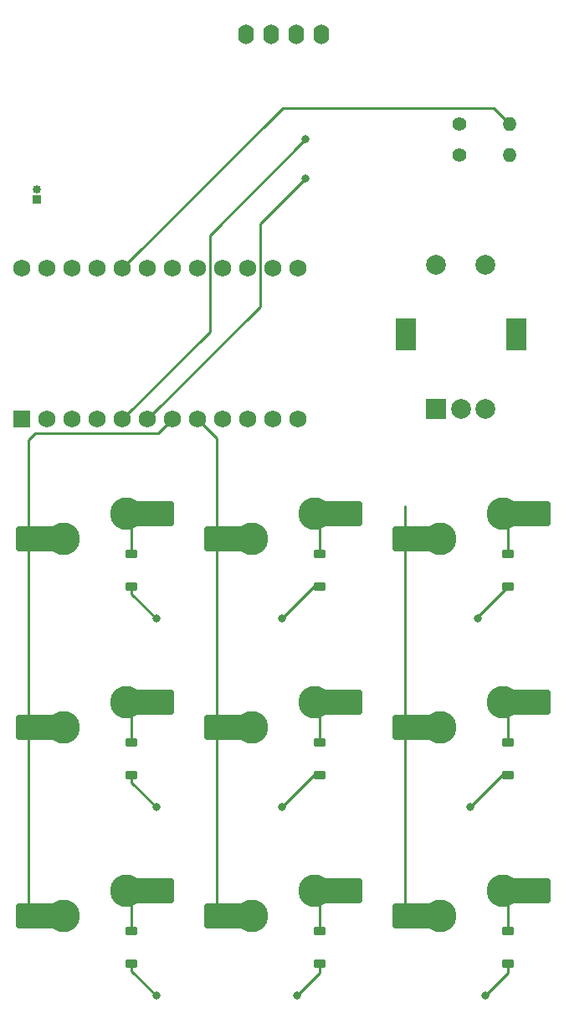
<source format=gbr>
%TF.GenerationSoftware,KiCad,Pcbnew,7.0.10*%
%TF.CreationDate,2024-04-28T13:40:23+05:00*%
%TF.ProjectId,custom_keyboard,63757374-6f6d-45f6-9b65-79626f617264,rev?*%
%TF.SameCoordinates,Original*%
%TF.FileFunction,Copper,L2,Bot*%
%TF.FilePolarity,Positive*%
%FSLAX46Y46*%
G04 Gerber Fmt 4.6, Leading zero omitted, Abs format (unit mm)*
G04 Created by KiCad (PCBNEW 7.0.10) date 2024-04-28 13:40:23*
%MOMM*%
%LPD*%
G01*
G04 APERTURE LIST*
G04 Aperture macros list*
%AMRoundRect*
0 Rectangle with rounded corners*
0 $1 Rounding radius*
0 $2 $3 $4 $5 $6 $7 $8 $9 X,Y pos of 4 corners*
0 Add a 4 corners polygon primitive as box body*
4,1,4,$2,$3,$4,$5,$6,$7,$8,$9,$2,$3,0*
0 Add four circle primitives for the rounded corners*
1,1,$1+$1,$2,$3*
1,1,$1+$1,$4,$5*
1,1,$1+$1,$6,$7*
1,1,$1+$1,$8,$9*
0 Add four rect primitives between the rounded corners*
20,1,$1+$1,$2,$3,$4,$5,0*
20,1,$1+$1,$4,$5,$6,$7,0*
20,1,$1+$1,$6,$7,$8,$9,0*
20,1,$1+$1,$8,$9,$2,$3,0*%
G04 Aperture macros list end*
%TA.AperFunction,ComponentPad*%
%ADD10C,1.400000*%
%TD*%
%TA.AperFunction,ComponentPad*%
%ADD11O,1.400000X1.400000*%
%TD*%
%TA.AperFunction,ComponentPad*%
%ADD12O,1.600000X2.000000*%
%TD*%
%TA.AperFunction,ComponentPad*%
%ADD13R,2.000000X2.000000*%
%TD*%
%TA.AperFunction,ComponentPad*%
%ADD14C,2.000000*%
%TD*%
%TA.AperFunction,ComponentPad*%
%ADD15R,2.000000X3.200000*%
%TD*%
%TA.AperFunction,ComponentPad*%
%ADD16R,1.752600X1.752600*%
%TD*%
%TA.AperFunction,ComponentPad*%
%ADD17C,1.752600*%
%TD*%
%TA.AperFunction,ComponentPad*%
%ADD18R,0.850000X0.850000*%
%TD*%
%TA.AperFunction,ComponentPad*%
%ADD19O,0.850000X0.850000*%
%TD*%
%TA.AperFunction,ComponentPad*%
%ADD20C,3.300000*%
%TD*%
%TA.AperFunction,SMDPad,CuDef*%
%ADD21R,1.650000X2.500000*%
%TD*%
%TA.AperFunction,SMDPad,CuDef*%
%ADD22RoundRect,0.250000X1.025000X1.000000X-1.025000X1.000000X-1.025000X-1.000000X1.025000X-1.000000X0*%
%TD*%
%TA.AperFunction,SMDPad,CuDef*%
%ADD23RoundRect,0.225000X0.375000X-0.225000X0.375000X0.225000X-0.375000X0.225000X-0.375000X-0.225000X0*%
%TD*%
%TA.AperFunction,ViaPad*%
%ADD24C,0.800000*%
%TD*%
%TA.AperFunction,Conductor*%
%ADD25C,0.250000*%
%TD*%
G04 APERTURE END LIST*
D10*
%TO.P,R2,1*%
%TO.N,+5V*%
X63182500Y-30162500D03*
D11*
%TO.P,R2,2*%
%TO.N,Net-(U1-F5)*%
X68262500Y-30162500D03*
%TD*%
D10*
%TO.P,R1,1*%
%TO.N,+5V*%
X63182500Y-27012500D03*
D11*
%TO.P,R1,2*%
%TO.N,Net-(U1-F4)*%
X68262500Y-27012500D03*
%TD*%
D12*
%TO.P,Brd1,1,GND*%
%TO.N,GND*%
X41623750Y-17975000D03*
%TO.P,Brd1,2,VCC*%
%TO.N,+5V*%
X44163750Y-17975000D03*
%TO.P,Brd1,3,SCL*%
%TO.N,Net-(Brd1-SCL)*%
X46703750Y-17975000D03*
%TO.P,Brd1,4,SDA*%
%TO.N,Net-(Brd1-SDA)*%
X49243750Y-17975000D03*
%TD*%
D13*
%TO.P,SW1,A,A*%
%TO.N,Net-(U1-F4)*%
X60881250Y-55775000D03*
D14*
%TO.P,SW1,B,B*%
%TO.N,Net-(U1-F5)*%
X65881250Y-55775000D03*
%TO.P,SW1,C,C*%
%TO.N,GND*%
X63381250Y-55775000D03*
D15*
%TO.P,SW1,MP*%
%TO.N,N/C*%
X57781250Y-48275000D03*
X68981250Y-48275000D03*
D14*
%TO.P,SW1,S1,S1*%
%TO.N,Net-(U1-B6)*%
X65881250Y-41275000D03*
%TO.P,SW1,S2,S2*%
%TO.N,GND*%
X60881250Y-41275000D03*
%TD*%
D16*
%TO.P,U1,1,TX*%
%TO.N,Net-(J1-Pin_1)*%
X18973000Y-56832500D03*
D17*
%TO.P,U1,2,RX*%
%TO.N,Net-(J1-Pin_2)*%
X21513000Y-56832500D03*
%TO.P,U1,3,GND*%
%TO.N,GND*%
X24053000Y-56832500D03*
%TO.P,U1,4,GND*%
X26593000Y-56832500D03*
%TO.P,U1,5,SDA*%
%TO.N,Net-(Brd1-SDA)*%
X29133000Y-56832500D03*
%TO.P,U1,6,SCL*%
%TO.N,Net-(Brd1-SCL)*%
X31673000Y-56832500D03*
%TO.P,U1,7,D4*%
%TO.N,Column 0*%
X34213000Y-56832500D03*
%TO.P,U1,8,C6*%
%TO.N,Column 1*%
X36753000Y-56832500D03*
%TO.P,U1,9,D7*%
%TO.N,Column 2*%
X39293000Y-56832500D03*
%TO.P,U1,10,E6*%
%TO.N,Row 0*%
X41833000Y-56832500D03*
%TO.P,U1,11,B4*%
%TO.N,Row 1*%
X44373000Y-56832500D03*
%TO.P,U1,12,B5*%
%TO.N,Row 2*%
X46913000Y-56832500D03*
%TO.P,U1,13,B6*%
%TO.N,Net-(U1-B6)*%
X46913000Y-41592500D03*
%TO.P,U1,14,B2*%
%TO.N,unconnected-(U1-B2-Pad14)*%
X44373000Y-41592500D03*
%TO.P,U1,15,B3*%
%TO.N,unconnected-(U1-B3-Pad15)*%
X41833000Y-41592500D03*
%TO.P,U1,16,B1*%
%TO.N,unconnected-(U1-B1-Pad16)*%
X39293000Y-41592500D03*
%TO.P,U1,17,F7*%
%TO.N,unconnected-(U1-F7-Pad17)*%
X36753000Y-41592500D03*
%TO.P,U1,18,F6*%
%TO.N,unconnected-(U1-F6-Pad18)*%
X34213000Y-41592500D03*
%TO.P,U1,19,F5*%
%TO.N,Net-(U1-F5)*%
X31673000Y-41592500D03*
%TO.P,U1,20,F4*%
%TO.N,Net-(U1-F4)*%
X29133000Y-41592500D03*
%TO.P,U1,21,VCC*%
%TO.N,unconnected-(U1-VCC-Pad21)*%
X26593000Y-41592500D03*
%TO.P,U1,22,RST*%
%TO.N,+5V*%
X24053000Y-41592500D03*
%TO.P,U1,23,GND*%
%TO.N,GND*%
X21513000Y-41592500D03*
%TO.P,U1,24,RAW*%
%TO.N,unconnected-(U1-RAW-Pad24)*%
X18973000Y-41592500D03*
%TD*%
D18*
%TO.P,J1,1,Pin_1*%
%TO.N,Net-(J1-Pin_1)*%
X20425000Y-34631250D03*
D19*
%TO.P,J1,2,Pin_2*%
%TO.N,Net-(J1-Pin_2)*%
X20425000Y-33631250D03*
%TD*%
D20*
%TO.P,MX1,1,1*%
%TO.N,Column 0*%
X23177500Y-68897500D03*
D21*
X21352500Y-68897500D03*
D22*
X19627500Y-68897500D03*
%TO.P,MX1,2,2*%
%TO.N,Net-(D1-A)*%
X33077500Y-66357500D03*
D21*
X31327500Y-66357500D03*
D20*
X29527500Y-66357500D03*
%TD*%
%TO.P,MX2,1,1*%
%TO.N,Column 1*%
X42227500Y-68897500D03*
D21*
X40402500Y-68897500D03*
D22*
X38677500Y-68897500D03*
%TO.P,MX2,2,2*%
%TO.N,Net-(D2-A)*%
X52127500Y-66357500D03*
D21*
X50377500Y-66357500D03*
D20*
X48577500Y-66357500D03*
%TD*%
D23*
%TO.P,D3,1,K*%
%TO.N,Row 0*%
X68167500Y-73737500D03*
%TO.P,D3,2,A*%
%TO.N,Net-(D3-A)*%
X68167500Y-70437500D03*
%TD*%
%TO.P,D4,1,K*%
%TO.N,Row 1*%
X30067500Y-92787500D03*
%TO.P,D4,2,A*%
%TO.N,Net-(D4-A)*%
X30067500Y-89487500D03*
%TD*%
%TO.P,D8,1,K*%
%TO.N,Row 2*%
X49117500Y-111837500D03*
%TO.P,D8,2,A*%
%TO.N,Net-(D8-A)*%
X49117500Y-108537500D03*
%TD*%
%TO.P,D1,1,K*%
%TO.N,Row 0*%
X30067500Y-73737500D03*
%TO.P,D1,2,A*%
%TO.N,Net-(D1-A)*%
X30067500Y-70437500D03*
%TD*%
%TO.P,D6,1,K*%
%TO.N,Row 1*%
X68167500Y-92787500D03*
%TO.P,D6,2,A*%
%TO.N,Net-(D6-A)*%
X68167500Y-89487500D03*
%TD*%
D20*
%TO.P,MX5,1,1*%
%TO.N,Column 1*%
X42227500Y-87947500D03*
D21*
X40402500Y-87947500D03*
D22*
X38677500Y-87947500D03*
%TO.P,MX5,2,2*%
%TO.N,Net-(D5-A)*%
X52127500Y-85407500D03*
D21*
X50377500Y-85407500D03*
D20*
X48577500Y-85407500D03*
%TD*%
D23*
%TO.P,D2,1,K*%
%TO.N,Row 0*%
X49117500Y-73737500D03*
%TO.P,D2,2,A*%
%TO.N,Net-(D2-A)*%
X49117500Y-70437500D03*
%TD*%
%TO.P,D5,1,K*%
%TO.N,Row 1*%
X49117500Y-92787500D03*
%TO.P,D5,2,A*%
%TO.N,Net-(D5-A)*%
X49117500Y-89487500D03*
%TD*%
D20*
%TO.P,MX4,1,1*%
%TO.N,Column 0*%
X23177500Y-87947500D03*
D21*
X21352500Y-87947500D03*
D22*
X19627500Y-87947500D03*
%TO.P,MX4,2,2*%
%TO.N,Net-(D4-A)*%
X33077500Y-85407500D03*
D21*
X31327500Y-85407500D03*
D20*
X29527500Y-85407500D03*
%TD*%
D23*
%TO.P,D7,1,K*%
%TO.N,Row 2*%
X30067500Y-111837500D03*
%TO.P,D7,2,A*%
%TO.N,Net-(D7-A)*%
X30067500Y-108537500D03*
%TD*%
D20*
%TO.P,MX7,1,1*%
%TO.N,Column 0*%
X23177500Y-106997500D03*
D21*
X21352500Y-106997500D03*
D22*
X19627500Y-106997500D03*
%TO.P,MX7,2,2*%
%TO.N,Net-(D7-A)*%
X33077500Y-104457500D03*
D21*
X31327500Y-104457500D03*
D20*
X29527500Y-104457500D03*
%TD*%
D23*
%TO.P,D9,1,K*%
%TO.N,Row 2*%
X68167500Y-111837500D03*
%TO.P,D9,2,A*%
%TO.N,Net-(D9-A)*%
X68167500Y-108537500D03*
%TD*%
D20*
%TO.P,MX9,1,1*%
%TO.N,Column 2*%
X61277500Y-106997500D03*
D21*
X59452500Y-106997500D03*
D22*
X57727500Y-106997500D03*
%TO.P,MX9,2,2*%
%TO.N,Net-(D9-A)*%
X71177500Y-104457500D03*
D21*
X69427500Y-104457500D03*
D20*
X67627500Y-104457500D03*
%TD*%
%TO.P,MX6,1,1*%
%TO.N,Column 2*%
X61277500Y-87947500D03*
D21*
X59452500Y-87947500D03*
D22*
X57727500Y-87947500D03*
%TO.P,MX6,2,2*%
%TO.N,Net-(D6-A)*%
X71177500Y-85407500D03*
D21*
X69427500Y-85407500D03*
D20*
X67627500Y-85407500D03*
%TD*%
%TO.P,MX8,1,1*%
%TO.N,Column 1*%
X42227500Y-106997500D03*
D21*
X40402500Y-106997500D03*
D22*
X38677500Y-106997500D03*
%TO.P,MX8,2,2*%
%TO.N,Net-(D8-A)*%
X52127500Y-104457500D03*
D21*
X50377500Y-104457500D03*
D20*
X48577500Y-104457500D03*
%TD*%
%TO.P,MX3,1,1*%
%TO.N,Column 2*%
X61277500Y-68897500D03*
D21*
X59452500Y-68897500D03*
D22*
X57727500Y-68897500D03*
%TO.P,MX3,2,2*%
%TO.N,Net-(D3-A)*%
X71177500Y-66357500D03*
D21*
X69427500Y-66357500D03*
D20*
X67627500Y-66357500D03*
%TD*%
D24*
%TO.N,Row 0*%
X32543750Y-76993750D03*
X45243750Y-76993750D03*
X65087500Y-76993750D03*
X32543750Y-76993750D03*
%TO.N,Row 1*%
X32543750Y-96043750D03*
X64293750Y-96043750D03*
X45243750Y-96043750D03*
%TO.N,Row 2*%
X46831250Y-115093750D03*
X65881250Y-115093750D03*
X32543750Y-115093750D03*
%TO.N,Net-(Brd1-SDA)*%
X47625000Y-28575000D03*
%TO.N,Net-(Brd1-SCL)*%
X47625000Y-32543750D03*
%TD*%
D25*
%TO.N,Net-(U1-F4)*%
X45325500Y-25400000D02*
X66650000Y-25400000D01*
X66650000Y-25400000D02*
X68262500Y-27012500D01*
X29133000Y-41592500D02*
X45325500Y-25400000D01*
%TO.N,Column 0*%
X19627500Y-58953750D02*
X20293750Y-58287500D01*
X19627500Y-68897500D02*
X19627500Y-58953750D01*
X20293750Y-58287500D02*
X32758000Y-58287500D01*
X32758000Y-58287500D02*
X34213000Y-56832500D01*
%TO.N,Row 0*%
X30067500Y-73737500D02*
X30067500Y-74517500D01*
X49117500Y-73737500D02*
X48500000Y-73737500D01*
X30067500Y-74517500D02*
X32543750Y-76993750D01*
X48500000Y-73737500D02*
X45243750Y-76993750D01*
X65087500Y-76817500D02*
X65087500Y-76993750D01*
X68167500Y-73737500D02*
X65087500Y-76817500D01*
%TO.N,Net-(D1-A)*%
X30067500Y-66897500D02*
X29527500Y-66357500D01*
X30067500Y-70437500D02*
X30067500Y-66897500D01*
%TO.N,Row 1*%
X30067500Y-92787500D02*
X30067500Y-93567500D01*
X67550000Y-92787500D02*
X64293750Y-96043750D01*
X49117500Y-92787500D02*
X48500000Y-92787500D01*
X48500000Y-92787500D02*
X45243750Y-96043750D01*
X68167500Y-92787500D02*
X67550000Y-92787500D01*
X30067500Y-93567500D02*
X32543750Y-96043750D01*
%TO.N,Net-(D2-A)*%
X49117500Y-70437500D02*
X49117500Y-66897500D01*
X49117500Y-66897500D02*
X48577500Y-66357500D01*
%TO.N,Row 2*%
X30067500Y-112617500D02*
X30067500Y-111837500D01*
X46831250Y-115093750D02*
X49117500Y-112807500D01*
X68167500Y-112807500D02*
X68167500Y-111837500D01*
X65881250Y-115093750D02*
X68167500Y-112807500D01*
X32543750Y-115093750D02*
X30067500Y-112617500D01*
X49117500Y-112807500D02*
X49117500Y-111837500D01*
%TO.N,Net-(D3-A)*%
X68167500Y-66897500D02*
X67627500Y-66357500D01*
X68167500Y-70437500D02*
X68167500Y-66897500D01*
%TO.N,Column 0*%
X19627500Y-68897500D02*
X19627500Y-87947500D01*
X19627500Y-106997500D02*
X19627500Y-87947500D01*
%TO.N,Net-(D4-A)*%
X30067500Y-89487500D02*
X30067500Y-85947500D01*
X30067500Y-85947500D02*
X29527500Y-85407500D01*
%TO.N,Column 1*%
X38677500Y-68897500D02*
X38677500Y-87947500D01*
X38677500Y-106997500D02*
X38677500Y-87947500D01*
X38677500Y-58757000D02*
X36753000Y-56832500D01*
X38677500Y-68897500D02*
X38677500Y-58757000D01*
%TO.N,Net-(D5-A)*%
X49117500Y-89487500D02*
X49117500Y-85947500D01*
X49117500Y-85947500D02*
X48577500Y-85407500D01*
%TO.N,Column 2*%
X57727500Y-106997500D02*
X57727500Y-87947500D01*
X57727500Y-68897500D02*
X57727500Y-87947500D01*
X57727500Y-68897500D02*
X57727500Y-65665000D01*
%TO.N,Net-(D6-A)*%
X68167500Y-89487500D02*
X68167500Y-85947500D01*
X68167500Y-85947500D02*
X67627500Y-85407500D01*
%TO.N,Net-(D7-A)*%
X30067500Y-108537500D02*
X30067500Y-104997500D01*
X30067500Y-104997500D02*
X29527500Y-104457500D01*
%TO.N,Net-(D8-A)*%
X49117500Y-104997500D02*
X48577500Y-104457500D01*
X49117500Y-108537500D02*
X49117500Y-104997500D01*
%TO.N,Net-(D9-A)*%
X68167500Y-104997500D02*
X67627500Y-104457500D01*
X68167500Y-108537500D02*
X68167500Y-104997500D01*
%TO.N,Net-(Brd1-SDA)*%
X37954300Y-48011200D02*
X29133000Y-56832500D01*
X37954300Y-38245700D02*
X37954300Y-48011200D01*
X47625000Y-28575000D02*
X37954300Y-38245700D01*
%TO.N,Net-(Brd1-SCL)*%
X43034300Y-45471200D02*
X31673000Y-56832500D01*
X47625000Y-32543750D02*
X43034300Y-37134450D01*
X43034300Y-37134450D02*
X43034300Y-45471200D01*
%TD*%
M02*

</source>
